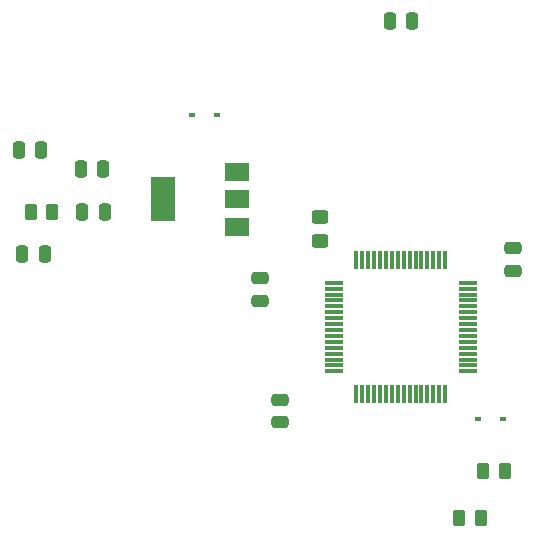
<source format=gbr>
%TF.GenerationSoftware,KiCad,Pcbnew,6.0.4-6f826c9f35~116~ubuntu18.04.1*%
%TF.CreationDate,2022-04-21T22:13:37-04:00*%
%TF.ProjectId,368project,33363870-726f-46a6-9563-742e6b696361,rev?*%
%TF.SameCoordinates,Original*%
%TF.FileFunction,Paste,Bot*%
%TF.FilePolarity,Positive*%
%FSLAX46Y46*%
G04 Gerber Fmt 4.6, Leading zero omitted, Abs format (unit mm)*
G04 Created by KiCad (PCBNEW 6.0.4-6f826c9f35~116~ubuntu18.04.1) date 2022-04-21 22:13:37*
%MOMM*%
%LPD*%
G01*
G04 APERTURE LIST*
G04 Aperture macros list*
%AMRoundRect*
0 Rectangle with rounded corners*
0 $1 Rounding radius*
0 $2 $3 $4 $5 $6 $7 $8 $9 X,Y pos of 4 corners*
0 Add a 4 corners polygon primitive as box body*
4,1,4,$2,$3,$4,$5,$6,$7,$8,$9,$2,$3,0*
0 Add four circle primitives for the rounded corners*
1,1,$1+$1,$2,$3*
1,1,$1+$1,$4,$5*
1,1,$1+$1,$6,$7*
1,1,$1+$1,$8,$9*
0 Add four rect primitives between the rounded corners*
20,1,$1+$1,$2,$3,$4,$5,0*
20,1,$1+$1,$4,$5,$6,$7,0*
20,1,$1+$1,$6,$7,$8,$9,0*
20,1,$1+$1,$8,$9,$2,$3,0*%
G04 Aperture macros list end*
%ADD10RoundRect,0.250000X0.250000X0.475000X-0.250000X0.475000X-0.250000X-0.475000X0.250000X-0.475000X0*%
%ADD11RoundRect,0.250000X-0.250000X-0.475000X0.250000X-0.475000X0.250000X0.475000X-0.250000X0.475000X0*%
%ADD12RoundRect,0.250000X0.262500X0.450000X-0.262500X0.450000X-0.262500X-0.450000X0.262500X-0.450000X0*%
%ADD13RoundRect,0.075000X0.075000X0.700000X-0.075000X0.700000X-0.075000X-0.700000X0.075000X-0.700000X0*%
%ADD14RoundRect,0.075000X0.700000X0.075000X-0.700000X0.075000X-0.700000X-0.075000X0.700000X-0.075000X0*%
%ADD15RoundRect,0.250000X-0.475000X0.250000X-0.475000X-0.250000X0.475000X-0.250000X0.475000X0.250000X0*%
%ADD16R,0.600000X0.450000*%
%ADD17RoundRect,0.250000X-0.450000X0.325000X-0.450000X-0.325000X0.450000X-0.325000X0.450000X0.325000X0*%
%ADD18R,2.000000X1.500000*%
%ADD19R,2.000000X3.800000*%
G04 APERTURE END LIST*
D10*
%TO.C,C13*%
X113554628Y-107578484D03*
X111654628Y-107578484D03*
%TD*%
D11*
%TO.C,C8*%
X143060500Y-96698000D03*
X144960500Y-96698000D03*
%TD*%
D10*
%TO.C,C12*%
X113845500Y-116383000D03*
X111945500Y-116383000D03*
%TD*%
D12*
%TO.C,R1*%
X152809548Y-134798000D03*
X150984548Y-134798000D03*
%TD*%
D13*
%TO.C,U2*%
X147760500Y-116892516D03*
X147260500Y-116892516D03*
X146760500Y-116892516D03*
X146260500Y-116892516D03*
X145760500Y-116892516D03*
X145260500Y-116892516D03*
X144760500Y-116892516D03*
X144260500Y-116892516D03*
X143760500Y-116892516D03*
X143260500Y-116892516D03*
X142760500Y-116892516D03*
X142260500Y-116892516D03*
X141760500Y-116892516D03*
X141260500Y-116892516D03*
X140760500Y-116892516D03*
X140260500Y-116892516D03*
D14*
X138335500Y-118817516D03*
X138335500Y-119317516D03*
X138335500Y-119817516D03*
X138335500Y-120317516D03*
X138335500Y-120817516D03*
X138335500Y-121317516D03*
X138335500Y-121817516D03*
X138335500Y-122317516D03*
X138335500Y-122817516D03*
X138335500Y-123317516D03*
X138335500Y-123817516D03*
X138335500Y-124317516D03*
X138335500Y-124817516D03*
X138335500Y-125317516D03*
X138335500Y-125817516D03*
X138335500Y-126317516D03*
D13*
X140260500Y-128242516D03*
X140760500Y-128242516D03*
X141260500Y-128242516D03*
X141760500Y-128242516D03*
X142260500Y-128242516D03*
X142760500Y-128242516D03*
X143260500Y-128242516D03*
X143760500Y-128242516D03*
X144260500Y-128242516D03*
X144760500Y-128242516D03*
X145260500Y-128242516D03*
X145760500Y-128242516D03*
X146260500Y-128242516D03*
X146760500Y-128242516D03*
X147260500Y-128242516D03*
X147760500Y-128242516D03*
D14*
X149685500Y-126317516D03*
X149685500Y-125817516D03*
X149685500Y-125317516D03*
X149685500Y-124817516D03*
X149685500Y-124317516D03*
X149685500Y-123817516D03*
X149685500Y-123317516D03*
X149685500Y-122817516D03*
X149685500Y-122317516D03*
X149685500Y-121817516D03*
X149685500Y-121317516D03*
X149685500Y-120817516D03*
X149685500Y-120317516D03*
X149685500Y-119817516D03*
X149685500Y-119317516D03*
X149685500Y-118817516D03*
%TD*%
D10*
%TO.C,C10*%
X118831313Y-109220000D03*
X116931313Y-109220000D03*
%TD*%
D15*
%TO.C,C2*%
X132080000Y-118430000D03*
X132080000Y-120330000D03*
%TD*%
D12*
%TO.C,R4*%
X114487128Y-112788484D03*
X112662128Y-112788484D03*
%TD*%
%TO.C,R2*%
X150779388Y-138728000D03*
X148954388Y-138728000D03*
%TD*%
D16*
%TO.C,D1*%
X152680500Y-130353000D03*
X150580500Y-130353000D03*
%TD*%
%TO.C,D2*%
X128424628Y-104648484D03*
X126324628Y-104648484D03*
%TD*%
D17*
%TO.C,FB1*%
X137160000Y-113275000D03*
X137160000Y-115325000D03*
%TD*%
D10*
%TO.C,C11*%
X118954628Y-112818484D03*
X117054628Y-112818484D03*
%TD*%
D18*
%TO.C,U5*%
X130150000Y-109460000D03*
X130150000Y-111760000D03*
D19*
X123850000Y-111760000D03*
D18*
X130150000Y-114060000D03*
%TD*%
D15*
%TO.C,C4*%
X133788744Y-130649963D03*
X133788744Y-128749963D03*
%TD*%
%TO.C,C6*%
X153505875Y-115884986D03*
X153505875Y-117784986D03*
%TD*%
M02*

</source>
